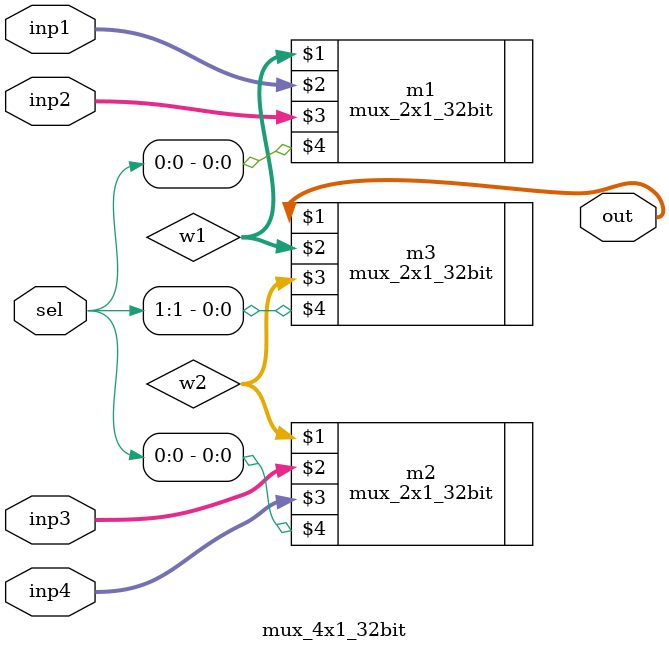
<source format=v>
`include "mux_2x1_32bit.v"

module mux_4x1_32bit (out, inp1, inp2, inp3, inp4, sel);
	output [31:0] out;
	input [31:0] inp1, inp2, inp3, inp4;
	input [1:0] sel;
	wire [31:0] w1, w2;

	mux_2x1_32bit m1 (w1, inp1, inp2, sel[0]);
	mux_2x1_32bit m2 (w2, inp3, inp4, sel[0]);
	mux_2x1_32bit m3 (out, w1, w2, sel[1]);
endmodule

/*
module tb_mux_4x1_32bit;
	wire [31:0] out;
	reg [31:0] inp1, inp2, inp3, inp4;
	reg [1:0] sel;
	
	mux_4x1_32bit m1 (out, inp1, inp2, inp3, inp4, sel);
	
	initial
		begin
			$monitor (, $time, "\ninp1=%32b,\ninp2=%32b,\ninp3=%32b,\ninp4=%32b,\nsel=%b,\nout=%32b\n",
				inp1, inp2, inp3, inp4, sel, out);
			inp1 = 32'ha5a5a5a5;
			inp2 = 32'h5a5a5a5a;
			inp3 = 32'h3b3b3b3b;
			inp4 = 32'hb3b3b3b3;
			#2 sel=2'b00;
			#2 sel=2'b01;
			#2 sel=2'b10;
			#2 sel=2'b11;
		end
endmodule
*/
</source>
